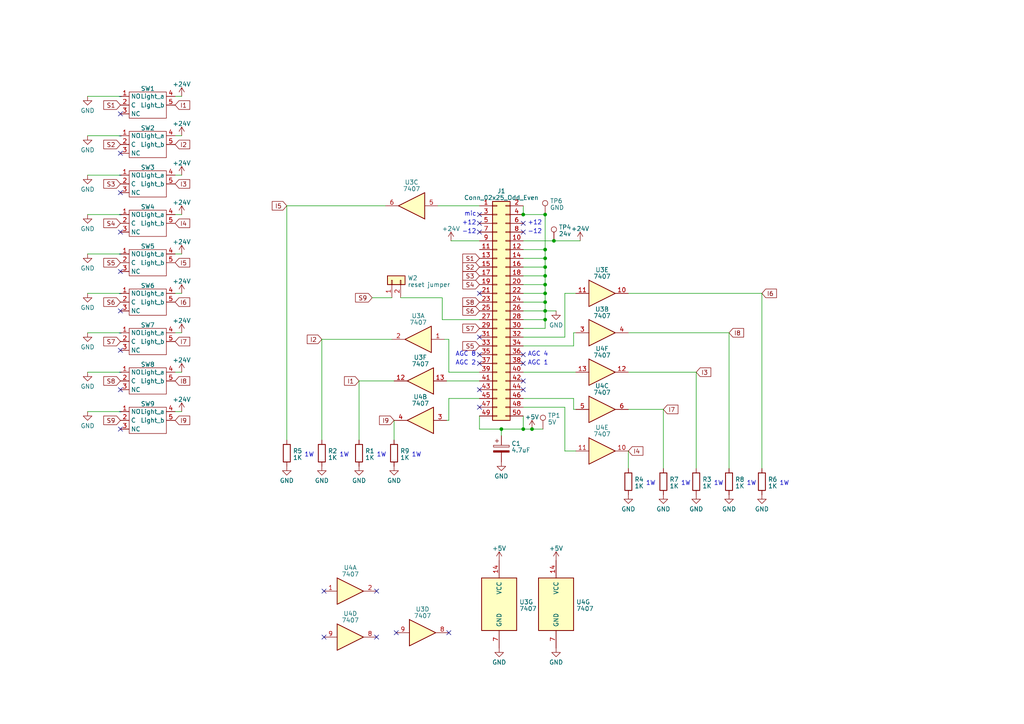
<source format=kicad_sch>
(kicad_sch (version 20230121) (generator eeschema)
  (paper "A4")
  (lib_symbols
    (symbol "74xx:74LS07" (pin_names (offset 1.016))
      (property "Reference" "U" (at 0 1.27 0))
      (property "Value" "74LS07" (at 0 -1.27 0))
      (symbol "74LS07_1_0"
        (polyline (pts (xy -3.81 3.81) (xy -3.81 -3.81) (xy 3.81 0) (xy -3.81 3.81)) (stroke (width 0.254)) (fill (type background)))
        (pin input line (at -7.62 0 0) (length 3.81) (name "~") (number "1"))
        (pin open_collector line (at 7.62 0 180) (length 3.81) (name "~") (number "2"))
      )
      (symbol "74LS07_2_0"
        (polyline (pts (xy -3.81 3.81) (xy -3.81 -3.81) (xy 3.81 0) (xy -3.81 3.81)) (stroke (width 0.254)) (fill (type background)))
        (pin input line (at -7.62 0 0) (length 3.81) (name "~") (number "3"))
        (pin open_collector line (at 7.62 0 180) (length 3.81) (name "~") (number "4"))
      )
      (symbol "74LS07_3_0"
        (polyline (pts (xy -3.81 3.81) (xy -3.81 -3.81) (xy 3.81 0) (xy -3.81 3.81)) (stroke (width 0.254)) (fill (type background)))
        (pin input line (at -7.62 0 0) (length 3.81) (name "~") (number "5"))
        (pin open_collector line (at 7.62 0 180) (length 3.81) (name "~") (number "6"))
      )
      (symbol "74LS07_4_0"
        (polyline (pts (xy -3.81 3.81) (xy -3.81 -3.81) (xy 3.81 0) (xy -3.81 3.81)) (stroke (width 0.254)) (fill (type background)))
        (pin open_collector line (at 7.62 0 180) (length 3.81) (name "~") (number "8"))
        (pin input line (at -7.62 0 0) (length 3.81) (name "~") (number "9"))
      )
      (symbol "74LS07_5_0"
        (polyline (pts (xy -3.81 3.81) (xy -3.81 -3.81) (xy 3.81 0) (xy -3.81 3.81)) (stroke (width 0.254)) (fill (type background)))
        (pin open_collector line (at 7.62 0 180) (length 3.81) (name "~") (number "10"))
        (pin input line (at -7.62 0 0) (length 3.81) (name "~") (number "11"))
      )
      (symbol "74LS07_6_0"
        (polyline (pts (xy -3.81 3.81) (xy -3.81 -3.81) (xy 3.81 0) (xy -3.81 3.81)) (stroke (width 0.254)) (fill (type background)))
        (pin open_collector line (at 7.62 0 180) (length 3.81) (name "~") (number "12"))
        (pin input line (at -7.62 0 0) (length 3.81) (name "~") (number "13"))
      )
      (symbol "74LS07_7_0"
        (pin power_in line (at 0 12.7 270) (length 5.08) (name "VCC") (number "14"))
        (pin power_in line (at 0 -12.7 90) (length 5.08) (name "GND") (number "7"))
      )
      (symbol "74LS07_7_1"
        (rectangle (start -5.08 7.62) (end 5.08 -7.62) (stroke (width 0.254)) (fill (type background)))
      )
    )
    (symbol "Connector:TestPoint" (pin_numbers hide) (pin_names (offset 0.762) hide)
      (property "Reference" "TP" (at 0 6.858 0))
      (property "Value" "TestPoint" (at 0 5.08 0))
      (symbol "TestPoint_0_1"
        (circle (center 0 3.302) (radius 0.762))
      )
      (symbol "TestPoint_1_1"
        (pin passive line (at 0 0 90) (length 2.54) (name "1") (number "1"))
      )
    )
    (symbol "Connector_Generic:Conn_01x02" (pin_names (offset 1.016) hide)
      (property "Reference" "J" (at 0 2.54 0))
      (property "Value" "Conn_01x02" (at 0 -5.08 0))
      (symbol "Conn_01x02_1_1"
        (rectangle (start -1.27 -2.413) (end 0 -2.667) (stroke (width 0.1524)))
        (rectangle (start -1.27 0.127) (end 0 -0.127) (stroke (width 0.1524)))
        (rectangle (start -1.27 1.27) (end 1.27 -3.81) (stroke (width 0.254)) (fill (type background)))
        (pin passive line (at -5.08 0 0) (length 3.81) (name "Pin_1") (number "1"))
        (pin passive line (at -5.08 -2.54 0) (length 3.81) (name "Pin_2") (number "2"))
      )
    )
    (symbol "Connector_Generic:Conn_02x25_Odd_Even" (pin_names (offset 1.016) hide)
      (property "Reference" "J" (at 1.27 33.02 0))
      (property "Value" "Conn_02x25_Odd_Even" (at 1.27 -33.02 0))
      (symbol "Conn_02x25_Odd_Even_1_1"
        (rectangle (start -1.27 -30.353) (end 0 -30.607) (stroke (width 0.1524)))
        (rectangle (start -1.27 -27.813) (end 0 -28.067) (stroke (width 0.1524)))
        (rectangle (start -1.27 -25.273) (end 0 -25.527) (stroke (width 0.1524)))
        (rectangle (start -1.27 -22.733) (end 0 -22.987) (stroke (width 0.1524)))
        (rectangle (start -1.27 -20.193) (end 0 -20.447) (stroke (width 0.1524)))
        (rectangle (start -1.27 -17.653) (end 0 -17.907) (stroke (width 0.1524)))
        (rectangle (start -1.27 -15.113) (end 0 -15.367) (stroke (width 0.1524)))
        (rectangle (start -1.27 -12.573) (end 0 -12.827) (stroke (width 0.1524)))
        (rectangle (start -1.27 -10.033) (end 0 -10.287) (stroke (width 0.1524)))
        (rectangle (start -1.27 -7.493) (end 0 -7.747) (stroke (width 0.1524)))
        (rectangle (start -1.27 -4.953) (end 0 -5.207) (stroke (width 0.1524)))
        (rectangle (start -1.27 -2.413) (end 0 -2.667) (stroke (width 0.1524)))
        (rectangle (start -1.27 0.127) (end 0 -0.127) (stroke (width 0.1524)))
        (rectangle (start -1.27 2.667) (end 0 2.413) (stroke (width 0.1524)))
        (rectangle (start -1.27 5.207) (end 0 4.953) (stroke (width 0.1524)))
        (rectangle (start -1.27 7.747) (end 0 7.493) (stroke (width 0.1524)))
        (rectangle (start -1.27 10.287) (end 0 10.033) (stroke (width 0.1524)))
        (rectangle (start -1.27 12.827) (end 0 12.573) (stroke (width 0.1524)))
        (rectangle (start -1.27 15.367) (end 0 15.113) (stroke (width 0.1524)))
        (rectangle (start -1.27 17.907) (end 0 17.653) (stroke (width 0.1524)))
        (rectangle (start -1.27 20.447) (end 0 20.193) (stroke (width 0.1524)))
        (rectangle (start -1.27 22.987) (end 0 22.733) (stroke (width 0.1524)))
        (rectangle (start -1.27 25.527) (end 0 25.273) (stroke (width 0.1524)))
        (rectangle (start -1.27 28.067) (end 0 27.813) (stroke (width 0.1524)))
        (rectangle (start -1.27 30.607) (end 0 30.353) (stroke (width 0.1524)))
        (rectangle (start -1.27 31.75) (end 3.81 -31.75) (stroke (width 0.254)) (fill (type background)))
        (rectangle (start 3.81 -30.353) (end 2.54 -30.607) (stroke (width 0.1524)))
        (rectangle (start 3.81 -27.813) (end 2.54 -28.067) (stroke (width 0.1524)))
        (rectangle (start 3.81 -25.273) (end 2.54 -25.527) (stroke (width 0.1524)))
        (rectangle (start 3.81 -22.733) (end 2.54 -22.987) (stroke (width 0.1524)))
        (rectangle (start 3.81 -20.193) (end 2.54 -20.447) (stroke (width 0.1524)))
        (rectangle (start 3.81 -17.653) (end 2.54 -17.907) (stroke (width 0.1524)))
        (rectangle (start 3.81 -15.113) (end 2.54 -15.367) (stroke (width 0.1524)))
        (rectangle (start 3.81 -12.573) (end 2.54 -12.827) (stroke (width 0.1524)))
        (rectangle (start 3.81 -10.033) (end 2.54 -10.287) (stroke (width 0.1524)))
        (rectangle (start 3.81 -7.493) (end 2.54 -7.747) (stroke (width 0.1524)))
        (rectangle (start 3.81 -4.953) (end 2.54 -5.207) (stroke (width 0.1524)))
        (rectangle (start 3.81 -2.413) (end 2.54 -2.667) (stroke (width 0.1524)))
        (rectangle (start 3.81 0.127) (end 2.54 -0.127) (stroke (width 0.1524)))
        (rectangle (start 3.81 2.667) (end 2.54 2.413) (stroke (width 0.1524)))
        (rectangle (start 3.81 5.207) (end 2.54 4.953) (stroke (width 0.1524)))
        (rectangle (start 3.81 7.747) (end 2.54 7.493) (stroke (width 0.1524)))
        (rectangle (start 3.81 10.287) (end 2.54 10.033) (stroke (width 0.1524)))
        (rectangle (start 3.81 12.827) (end 2.54 12.573) (stroke (width 0.1524)))
        (rectangle (start 3.81 15.367) (end 2.54 15.113) (stroke (width 0.1524)))
        (rectangle (start 3.81 17.907) (end 2.54 17.653) (stroke (width 0.1524)))
        (rectangle (start 3.81 20.447) (end 2.54 20.193) (stroke (width 0.1524)))
        (rectangle (start 3.81 22.987) (end 2.54 22.733) (stroke (width 0.1524)))
        (rectangle (start 3.81 25.527) (end 2.54 25.273) (stroke (width 0.1524)))
        (rectangle (start 3.81 28.067) (end 2.54 27.813) (stroke (width 0.1524)))
        (rectangle (start 3.81 30.607) (end 2.54 30.353) (stroke (width 0.1524)))
        (pin passive line (at -5.08 30.48 0) (length 3.81) (name "Pin_1") (number "1"))
        (pin passive line (at 7.62 20.32 180) (length 3.81) (name "Pin_10") (number "10"))
        (pin passive line (at -5.08 17.78 0) (length 3.81) (name "Pin_11") (number "11"))
        (pin passive line (at 7.62 17.78 180) (length 3.81) (name "Pin_12") (number "12"))
        (pin passive line (at -5.08 15.24 0) (length 3.81) (name "Pin_13") (number "13"))
        (pin passive line (at 7.62 15.24 180) (length 3.81) (name "Pin_14") (number "14"))
        (pin passive line (at -5.08 12.7 0) (length 3.81) (name "Pin_15") (number "15"))
        (pin passive line (at 7.62 12.7 180) (length 3.81) (name "Pin_16") (number "16"))
        (pin passive line (at -5.08 10.16 0) (length 3.81) (name "Pin_17") (number "17"))
        (pin passive line (at 7.62 10.16 180) (length 3.81) (name "Pin_18") (number "18"))
        (pin passive line (at -5.08 7.62 0) (length 3.81) (name "Pin_19") (number "19"))
        (pin passive line (at 7.62 30.48 180) (length 3.81) (name "Pin_2") (number "2"))
        (pin passive line (at 7.62 7.62 180) (length 3.81) (name "Pin_20") (number "20"))
        (pin passive line (at -5.08 5.08 0) (length 3.81) (name "Pin_21") (number "21"))
        (pin passive line (at 7.62 5.08 180) (length 3.81) (name "Pin_22") (number "22"))
        (pin passive line (at -5.08 2.54 0) (length 3.81) (name "Pin_23") (number "23"))
        (pin passive line (at 7.62 2.54 180) (length 3.81) (name "Pin_24") (number "24"))
        (pin passive line (at -5.08 0 0) (length 3.81) (name "Pin_25") (number "25"))
        (pin passive line (at 7.62 0 180) (length 3.81) (name "Pin_26") (number "26"))
        (pin passive line (at -5.08 -2.54 0) (length 3.81) (name "Pin_27") (number "27"))
        (pin passive line (at 7.62 -2.54 180) (length 3.81) (name "Pin_28") (number "28"))
        (pin passive line (at -5.08 -5.08 0) (length 3.81) (name "Pin_29") (number "29"))
        (pin passive line (at -5.08 27.94 0) (length 3.81) (name "Pin_3") (number "3"))
        (pin passive line (at 7.62 -5.08 180) (length 3.81) (name "Pin_30") (number "30"))
        (pin passive line (at -5.08 -7.62 0) (length 3.81) (name "Pin_31") (number "31"))
        (pin passive line (at 7.62 -7.62 180) (length 3.81) (name "Pin_32") (number "32"))
        (pin passive line (at -5.08 -10.16 0) (length 3.81) (name "Pin_33") (number "33"))
        (pin passive line (at 7.62 -10.16 180) (length 3.81) (name "Pin_34") (number "34"))
        (pin passive line (at -5.08 -12.7 0) (length 3.81) (name "Pin_35") (number "35"))
        (pin passive line (at 7.62 -12.7 180) (length 3.81) (name "Pin_36") (number "36"))
        (pin passive line (at -5.08 -15.24 0) (length 3.81) (name "Pin_37") (number "37"))
        (pin passive line (at 7.62 -15.24 180) (length 3.81) (name "Pin_38") (number "38"))
        (pin passive line (at -5.08 -17.78 0) (length 3.81) (name "Pin_39") (number "39"))
        (pin passive line (at 7.62 27.94 180) (length 3.81) (name "Pin_4") (number "4"))
        (pin passive line (at 7.62 -17.78 180) (length 3.81) (name "Pin_40") (number "40"))
        (pin passive line (at -5.08 -20.32 0) (length 3.81) (name "Pin_41") (number "41"))
        (pin passive line (at 7.62 -20.32 180) (length 3.81) (name "Pin_42") (number "42"))
        (pin passive line (at -5.08 -22.86 0) (length 3.81) (name "Pin_43") (number "43"))
        (pin passive line (at 7.62 -22.86 180) (length 3.81) (name "Pin_44") (number "44"))
        (pin passive line (at -5.08 -25.4 0) (length 3.81) (name "Pin_45") (number "45"))
        (pin passive line (at 7.62 -25.4 180) (length 3.81) (name "Pin_46") (number "46"))
        (pin passive line (at -5.08 -27.94 0) (length 3.81) (name "Pin_47") (number "47"))
        (pin passive line (at 7.62 -27.94 180) (length 3.81) (name "Pin_48") (number "48"))
        (pin passive line (at -5.08 -30.48 0) (length 3.81) (name "Pin_49") (number "49"))
        (pin passive line (at -5.08 25.4 0) (length 3.81) (name "Pin_5") (number "5"))
        (pin passive line (at 7.62 -30.48 180) (length 3.81) (name "Pin_50") (number "50"))
        (pin passive line (at 7.62 25.4 180) (length 3.81) (name "Pin_6") (number "6"))
        (pin passive line (at -5.08 22.86 0) (length 3.81) (name "Pin_7") (number "7"))
        (pin passive line (at 7.62 22.86 180) (length 3.81) (name "Pin_8") (number "8"))
        (pin passive line (at -5.08 20.32 0) (length 3.81) (name "Pin_9") (number "9"))
      )
    )
    (symbol "Device:C_Polarized" (pin_numbers hide) (pin_names (offset 0.254))
      (property "Reference" "C" (at 0.635 2.54 0))
      (property "Value" "C_Polarized" (at 0.635 -2.54 0))
      (symbol "C_Polarized_0_1"
        (rectangle (start -2.286 0.508) (end 2.286 1.016))
        (polyline (pts (xy -1.778 2.286) (xy -0.762 2.286)))
        (polyline (pts (xy -1.27 2.794) (xy -1.27 1.778)))
        (rectangle (start 2.286 -0.508) (end -2.286 -1.016) (fill (type outline)))
      )
      (symbol "C_Polarized_1_1"
        (pin passive line (at 0 3.81 270) (length 2.794) (name "~") (number "1"))
        (pin passive line (at 0 -3.81 90) (length 2.794) (name "~") (number "2"))
      )
    )
    (symbol "Device:R" (pin_numbers hide) (pin_names (offset 0))
      (property "Reference" "R" (at 2.032 0 90))
      (property "Value" "R" (at 0 0 90))
      (symbol "R_0_1"
        (rectangle (start -1.016 -2.54) (end 1.016 2.54) (stroke (width 0.254)))
      )
      (symbol "R_1_1"
        (pin passive line (at 0 3.81 270) (length 1.27) (name "~") (number "1"))
        (pin passive line (at 0 -3.81 90) (length 1.27) (name "~") (number "2"))
      )
    )
    (symbol "Evan's parts:chuck_e_cheese_microswitch"
      (property "Reference" "SW" (at 6.985 2.54 0))
      (symbol "chuck_e_cheese_microswitch_0_1"
        (rectangle (start 2.54 1.27) (end 13.335 -6.35))
      )
      (symbol "chuck_e_cheese_microswitch_1_1"
        (pin input line (at 0 0 0) (length 2.54) (name "NO") (number "1"))
        (pin input line (at 0 -2.54 0) (length 2.54) (name "C") (number "2"))
        (pin input line (at 0 -5.08 0) (length 2.54) (name "NC") (number "3"))
        (pin input line (at 15.875 0 180) (length 2.54) (name "Light_a") (number "4"))
        (pin input line (at 15.875 -2.54 180) (length 2.54) (name "Light_b") (number "5"))
      )
    )
    (symbol "power:+24V" (power) (pin_names (offset 0))
      (property "Value" "+24V" (at 0 3.556 0))
      (symbol "+24V_0_1"
        (polyline (pts (xy -0.762 1.27) (xy 0 2.54)))
        (polyline (pts (xy 0 0) (xy 0 2.54)))
        (polyline (pts (xy 0 2.54) (xy 0.762 1.27)))
      )
      (symbol "+24V_1_1"
        (pin power_in line (at 0 0 90) (length 0) hide (name "+24V") (number "1"))
      )
    )
    (symbol "power:+5V" (power) (pin_names (offset 0))
      (property "Value" "+5V" (at 0 3.556 0))
      (symbol "+5V_0_1"
        (polyline (pts (xy -0.762 1.27) (xy 0 2.54)))
        (polyline (pts (xy 0 0) (xy 0 2.54)))
        (polyline (pts (xy 0 2.54) (xy 0.762 1.27)))
      )
      (symbol "+5V_1_1"
        (pin power_in line (at 0 0 90) (length 0) hide (name "+5V") (number "1"))
      )
    )
    (symbol "power:GND" (power) (pin_names (offset 0))
      (property "Value" "GND" (at 0 -3.81 0))
      (symbol "GND_0_1"
        (polyline (pts (xy 0 0) (xy 0 -1.27) (xy 1.27 -1.27) (xy 0 -2.54) (xy -1.27 -1.27) (xy 0 -1.27)))
      )
      (symbol "GND_1_1"
        (pin power_in line (at 0 0 270) (length 0) hide (name "GND") (number "1"))
      )
    )
  )
  (junction (at 158.115 72.39))
  (junction (at 154.305 124.46))
  (junction (at 158.115 90.17))
  (junction (at 158.115 80.01))
  (junction (at 151.765 62.23))
  (junction (at 158.115 87.63))
  (junction (at 160.655 69.85))
  (junction (at 158.115 85.09))
  (junction (at 158.115 82.55))
  (junction (at 158.115 74.93))
  (junction (at 158.115 77.47))
  (junction (at 151.765 124.46))
  (junction (at 158.115 92.71))
  (junction (at 145.415 124.46))
  (junction (at 158.115 62.23))
  (no_connect (at 139.065 97.79))
  (no_connect (at 34.925 44.45))
  (no_connect (at 139.065 105.41))
  (no_connect (at 34.925 90.17))
  (no_connect (at 130.175 183.515))
  (no_connect (at 151.765 102.87))
  (no_connect (at 109.22 171.45))
  (no_connect (at 139.065 67.31))
  (no_connect (at 151.765 64.77))
  (no_connect (at 139.065 118.11))
  (no_connect (at 93.98 171.45))
  (no_connect (at 34.925 113.03))
  (no_connect (at 151.765 105.41))
  (no_connect (at 109.22 184.785))
  (no_connect (at 151.765 113.03))
  (no_connect (at 93.98 184.785))
  (no_connect (at 114.935 183.515))
  (no_connect (at 139.065 64.77))
  (no_connect (at 151.765 110.49))
  (no_connect (at 139.065 85.09))
  (no_connect (at 34.925 67.31))
  (no_connect (at 151.765 67.31))
  (no_connect (at 34.925 101.6))
  (no_connect (at 34.925 55.88))
  (no_connect (at 139.065 102.87))
  (no_connect (at 34.925 33.02))
  (no_connect (at 34.925 124.46))
  (no_connect (at 139.065 62.23))
  (no_connect (at 139.065 113.03))
  (no_connect (at 34.925 78.74))
  (wire (pts (xy 151.765 77.47) (xy 158.115 77.47)))
  (wire (pts (xy 83.185 59.69) (xy 111.76 59.69)))
  (wire (pts (xy 139.065 107.95) (xy 130.175 107.95)))
  (wire (pts (xy 52.705 85.09) (xy 50.8 85.09)))
  (wire (pts (xy 158.115 72.39) (xy 151.765 72.39)))
  (wire (pts (xy 151.765 59.69) (xy 151.765 62.23)))
  (wire (pts (xy 220.98 85.09) (xy 182.245 85.09)))
  (wire (pts (xy 25.4 85.09) (xy 34.925 85.09)))
  (wire (pts (xy 128.27 92.71) (xy 128.27 86.36)))
  (wire (pts (xy 154.305 124.46) (xy 151.765 124.46)))
  (wire (pts (xy 145.415 124.46) (xy 145.415 126.365)))
  (wire (pts (xy 158.115 87.63) (xy 158.115 90.17)))
  (wire (pts (xy 130.175 107.95) (xy 130.175 98.425)))
  (wire (pts (xy 158.115 80.01) (xy 158.115 82.55)))
  (wire (pts (xy 167.005 107.95) (xy 151.765 107.95)))
  (wire (pts (xy 151.765 90.17) (xy 158.115 90.17)))
  (wire (pts (xy 151.765 92.71) (xy 158.115 92.71)))
  (wire (pts (xy 104.14 110.49) (xy 114.3 110.49)))
  (wire (pts (xy 158.115 90.17) (xy 158.115 92.71)))
  (wire (pts (xy 25.4 39.37) (xy 34.925 39.37)))
  (wire (pts (xy 201.93 107.95) (xy 182.245 107.95)))
  (wire (pts (xy 151.765 69.85) (xy 160.655 69.85)))
  (wire (pts (xy 151.765 120.65) (xy 151.765 124.46)))
  (wire (pts (xy 167.005 96.52) (xy 166.37 96.52)))
  (wire (pts (xy 114.3 127.635) (xy 114.3 121.92)))
  (wire (pts (xy 50.8 107.95) (xy 52.705 107.95)))
  (wire (pts (xy 151.765 87.63) (xy 158.115 87.63)))
  (wire (pts (xy 25.4 73.66) (xy 34.925 73.66)))
  (wire (pts (xy 220.98 135.89) (xy 220.98 85.09)))
  (wire (pts (xy 160.655 69.85) (xy 168.275 69.85)))
  (wire (pts (xy 139.065 92.71) (xy 128.27 92.71)))
  (wire (pts (xy 145.415 124.46) (xy 139.065 124.46)))
  (wire (pts (xy 166.37 96.52) (xy 166.37 100.33)))
  (wire (pts (xy 154.305 124.46) (xy 157.48 124.46)))
  (wire (pts (xy 50.8 73.66) (xy 52.705 73.66)))
  (wire (pts (xy 50.8 62.23) (xy 52.705 62.23)))
  (wire (pts (xy 129.54 121.92) (xy 130.175 121.92)))
  (wire (pts (xy 167.005 130.81) (xy 163.83 130.81)))
  (wire (pts (xy 151.765 74.93) (xy 158.115 74.93)))
  (wire (pts (xy 163.83 130.81) (xy 163.83 118.11)))
  (wire (pts (xy 130.175 98.425) (xy 128.905 98.425)))
  (wire (pts (xy 50.8 119.38) (xy 52.705 119.38)))
  (wire (pts (xy 151.765 85.09) (xy 158.115 85.09)))
  (wire (pts (xy 158.115 74.93) (xy 158.115 77.47)))
  (wire (pts (xy 25.4 62.23) (xy 34.925 62.23)))
  (wire (pts (xy 139.065 124.46) (xy 139.065 120.65)))
  (wire (pts (xy 192.405 135.89) (xy 192.405 118.745)))
  (wire (pts (xy 50.8 39.37) (xy 52.705 39.37)))
  (wire (pts (xy 25.4 50.8) (xy 34.925 50.8)))
  (wire (pts (xy 167.005 85.09) (xy 163.83 85.09)))
  (wire (pts (xy 93.345 127.635) (xy 93.345 98.425)))
  (wire (pts (xy 130.175 115.57) (xy 139.065 115.57)))
  (wire (pts (xy 50.8 27.94) (xy 52.705 27.94)))
  (wire (pts (xy 192.405 118.745) (xy 182.245 118.745)))
  (wire (pts (xy 25.4 107.95) (xy 34.925 107.95)))
  (wire (pts (xy 158.115 77.47) (xy 158.115 80.01)))
  (wire (pts (xy 104.14 127.635) (xy 104.14 110.49)))
  (wire (pts (xy 161.29 90.17) (xy 158.115 90.17)))
  (wire (pts (xy 107.95 86.36) (xy 113.665 86.36)))
  (wire (pts (xy 83.185 127.635) (xy 83.185 59.69)))
  (wire (pts (xy 151.765 80.01) (xy 158.115 80.01)))
  (wire (pts (xy 127 59.69) (xy 139.065 59.69)))
  (wire (pts (xy 166.37 115.57) (xy 151.765 115.57)))
  (wire (pts (xy 163.83 118.11) (xy 151.765 118.11)))
  (wire (pts (xy 182.245 135.89) (xy 182.245 130.81)))
  (wire (pts (xy 151.765 95.25) (xy 158.115 95.25)))
  (wire (pts (xy 163.83 97.79) (xy 151.765 97.79)))
  (wire (pts (xy 50.8 96.52) (xy 52.705 96.52)))
  (wire (pts (xy 158.115 82.55) (xy 158.115 85.09)))
  (wire (pts (xy 93.345 98.425) (xy 113.665 98.425)))
  (wire (pts (xy 25.4 119.38) (xy 34.925 119.38)))
  (wire (pts (xy 211.455 135.89) (xy 211.455 96.52)))
  (wire (pts (xy 163.83 85.09) (xy 163.83 97.79)))
  (wire (pts (xy 151.765 124.46) (xy 145.415 124.46)))
  (wire (pts (xy 158.115 85.09) (xy 158.115 87.63)))
  (wire (pts (xy 25.4 27.94) (xy 34.925 27.94)))
  (wire (pts (xy 128.27 86.36) (xy 116.205 86.36)))
  (wire (pts (xy 211.455 96.52) (xy 182.245 96.52)))
  (wire (pts (xy 158.115 92.71) (xy 158.115 95.25)))
  (wire (pts (xy 130.175 121.92) (xy 130.175 115.57)))
  (wire (pts (xy 130.81 69.85) (xy 139.065 69.85)))
  (wire (pts (xy 167.005 118.745) (xy 166.37 118.745)))
  (wire (pts (xy 166.37 100.33) (xy 151.765 100.33)))
  (wire (pts (xy 151.765 82.55) (xy 158.115 82.55)))
  (wire (pts (xy 158.115 72.39) (xy 158.115 74.93)))
  (wire (pts (xy 166.37 118.745) (xy 166.37 115.57)))
  (wire (pts (xy 129.54 110.49) (xy 139.065 110.49)))
  (wire (pts (xy 151.765 62.23) (xy 158.115 62.23)))
  (wire (pts (xy 201.93 135.89) (xy 201.93 107.95)))
  (wire (pts (xy 158.115 62.23) (xy 158.115 72.39)))
  (wire (pts (xy 25.4 96.52) (xy 34.925 96.52)))
  (wire (pts (xy 50.8 50.8) (xy 52.705 50.8)))
  (text "AGC 2" (at 132.08 106.045 0) (effects (font (size 1.27 1.27)) (justify left bottom)))
  (text "-12" (at 153.035 67.945 0) (effects (font (size 1.27 1.27)) (justify left bottom)))
  (text "AGC 1" (at 153.035 106.045 0) (effects (font (size 1.27 1.27)) (justify left bottom)))
  (text "+12" (at 153.035 65.405 0) (effects (font (size 1.27 1.27)) (justify left bottom)))
  (text "AGC 8" (at 132.08 103.505 0) (effects (font (size 1.27 1.27)) (justify left bottom)))
  (text "1W" (at 88.265 132.715 0) (effects (font (size 1.27 1.27)) (justify left bottom)))
  (text "mic" (at 134.62 62.865 0) (effects (font (size 1.27 1.27)) (justify left bottom)))
  (text "1W" (at 109.22 132.715 0) (effects (font (size 1.27 1.27)) (justify left bottom)))
  (text "1W" (at 119.38 132.715 0) (effects (font (size 1.27 1.27)) (justify left bottom)))
  (text "1W" (at 187.325 140.97 0) (effects (font (size 1.27 1.27)) (justify left bottom)))
  (text "AGC 4" (at 153.035 103.505 0) (effects (font (size 1.27 1.27)) (justify left bottom)))
  (text "1W" (at 216.535 140.97 0) (effects (font (size 1.27 1.27)) (justify left bottom)))
  (text "1W" (at 98.425 132.715 0) (effects (font (size 1.27 1.27)) (justify left bottom)))
  (text "1W" (at 207.01 140.97 0) (effects (font (size 1.27 1.27)) (justify left bottom)))
  (text "1W" (at 197.485 140.97 0) (effects (font (size 1.27 1.27)) (justify left bottom)))
  (text "-12" (at 133.985 67.945 0) (effects (font (size 1.27 1.27)) (justify left bottom)))
  (text "1W" (at 226.06 140.97 0) (effects (font (size 1.27 1.27)) (justify left bottom)))
  (text "+12" (at 133.985 65.405 0) (effects (font (size 1.27 1.27)) (justify left bottom)))
  (global_label "I5" (shape input) (at 50.8 76.2 0) (property "Intersheetrefs" "${INTERSHEET_REFS}" (effects hide)))
  (global_label "I3" (shape input) (at 201.93 107.95 0) (property "Intersheetrefs" "${INTERSHEET_REFS}" (effects hide)))
  (global_label "S7" (shape input) (at 139.065 95.25 180) (property "Intersheetrefs" "${INTERSHEET_REFS}" (effects hide)))
  (global_label "S8" (shape input) (at 139.065 87.63 180) (property "Intersheetrefs" "${INTERSHEET_REFS}" (effects hide)))
  (global_label "S5" (shape input) (at 139.065 100.33 180) (property "Intersheetrefs" "${INTERSHEET_REFS}" (effects hide)))
  (global_label "I7" (shape input) (at 192.405 118.745 0) (property "Intersheetrefs" "${INTERSHEET_REFS}" (effects hide)))
  (global_label "I3" (shape input) (at 50.8 53.34 0) (property "Intersheetrefs" "${INTERSHEET_REFS}" (effects hide)))
  (global_label "I9" (shape input) (at 50.8 121.92 0) (property "Intersheetrefs" "${INTERSHEET_REFS}" (effects hide)))
  (global_label "I7" (shape input) (at 50.8 99.06 0) (property "Intersheetrefs" "${INTERSHEET_REFS}" (effects hide)))
  (global_label "S2" (shape input) (at 34.925 41.91 180) (property "Intersheetrefs" "${INTERSHEET_REFS}" (effects hide)))
  (global_label "I2" (shape input) (at 50.8 41.91 0) (property "Intersheetrefs" "${INTERSHEET_REFS}" (effects hide)))
  (global_label "S4" (shape input) (at 34.925 64.77 180) (property "Intersheetrefs" "${INTERSHEET_REFS}" (effects hide)))
  (global_label "S7" (shape input) (at 34.925 99.06 180) (property "Intersheetrefs" "${INTERSHEET_REFS}" (effects hide)))
  (global_label "I2" (shape input) (at 93.345 98.425 180) (property "Intersheetrefs" "${INTERSHEET_REFS}" (effects hide)))
  (global_label "I4" (shape input) (at 50.8 64.77 0) (property "Intersheetrefs" "${INTERSHEET_REFS}" (effects hide)))
  (global_label "I1" (shape input) (at 50.8 30.48 0) (property "Intersheetrefs" "${INTERSHEET_REFS}" (effects hide)))
  (global_label "S4" (shape input) (at 139.065 82.55 180) (property "Intersheetrefs" "${INTERSHEET_REFS}" (effects hide)))
  (global_label "S3" (shape input) (at 139.065 80.01 180) (property "Intersheetrefs" "${INTERSHEET_REFS}" (effects hide)))
  (global_label "I5" (shape input) (at 83.185 59.69 180) (property "Intersheetrefs" "${INTERSHEET_REFS}" (effects hide)))
  (global_label "S3" (shape input) (at 34.925 53.34 180) (property "Intersheetrefs" "${INTERSHEET_REFS}" (effects hide)))
  (global_label "S1" (shape input) (at 139.065 74.93 180) (property "Intersheetrefs" "${INTERSHEET_REFS}" (effects hide)))
  (global_label "S9" (shape input) (at 34.925 121.92 180) (property "Intersheetrefs" "${INTERSHEET_REFS}" (effects hide)))
  (global_label "I6" (shape input) (at 50.8 87.63 0) (property "Intersheetrefs" "${INTERSHEET_REFS}" (effects hide)))
  (global_label "S1" (shape input) (at 34.925 30.48 180) (property "Intersheetrefs" "${INTERSHEET_REFS}" (effects hide)))
  (global_label "S9" (shape input) (at 107.95 86.36 180) (property "Intersheetrefs" "${INTERSHEET_REFS}" (effects hide)))
  (global_label "I9" (shape input) (at 114.3 121.92 180) (property "Intersheetrefs" "${INTERSHEET_REFS}" (effects hide)))
  (global_label "S2" (shape input) (at 139.065 77.47 180) (property "Intersheetrefs" "${INTERSHEET_REFS}" (effects hide)))
  (global_label "I6" (shape input) (at 220.98 85.09 0) (property "Intersheetrefs" "${INTERSHEET_REFS}" (effects hide)))
  (global_label "S6" (shape input) (at 139.065 90.17 180) (property "Intersheetrefs" "${INTERSHEET_REFS}" (effects hide)))
  (global_label "I8" (shape input) (at 50.8 110.49 0) (property "Intersheetrefs" "${INTERSHEET_REFS}" (effects hide)))
  (global_label "I8" (shape input) (at 211.455 96.52 0) (property "Intersheetrefs" "${INTERSHEET_REFS}" (effects hide)))
  (global_label "I1" (shape input) (at 104.14 110.49 180) (property "Intersheetrefs" "${INTERSHEET_REFS}" (effects hide)))
  (global_label "S5" (shape input) (at 34.925 76.2 180) (property "Intersheetrefs" "${INTERSHEET_REFS}" (effects hide)))
  (global_label "S6" (shape input) (at 34.925 87.63 180) (property "Intersheetrefs" "${INTERSHEET_REFS}" (effects hide)))
  (global_label "S8" (shape input) (at 34.925 110.49 180) (property "Intersheetrefs" "${INTERSHEET_REFS}" (effects hide)))
  (global_label "I4" (shape input) (at 182.245 130.81 0) (property "Intersheetrefs" "${INTERSHEET_REFS}" (effects hide)))
  (symbol (lib_id "power:+24V") (at 52.705 119.38 0) (unit 1)
    (property "Reference" "#PWR036" (effects hide))
    (property "Value" "+24V" (at 52.705 115.8781 0))
  )
  (symbol (lib_id "power:+24V") (at 168.275 69.85 0) (unit 1)
    (property "Reference" "#PWR03" (effects hide))
    (property "Value" "+24V" (at 168.275 66.3481 0))
  )
  (symbol (lib_id "power:GND") (at 83.185 135.255 0) (unit 1)
    (property "Reference" "#PWR018" (effects hide))
    (property "Value" "GND" (at 83.185 139.3905 0))
  )
  (symbol (lib_id "power:GND") (at 161.29 187.96 0) (unit 1)
    (property "Reference" "#PWR09" (effects hide))
    (property "Value" "GND" (at 161.29 192.0955 0))
  )
  (symbol (lib_id "Device:R") (at 220.98 139.7 0) (unit 1)
    (property "Reference" "R6" (at 222.758 139.0563 0) (effects (justify left)))
    (property "Value" "1K" (at 222.758 140.9773 0) (effects (justify left)))
    (property "Footprint" "Resistor_THT:R_Axial_DIN0516_L15.5mm_D5.0mm_P20.32mm_Horizontal" (effects hide))
  )
  (symbol (lib_id "Device:C_Polarized") (at 145.415 130.175 0) (unit 1)
    (property "Reference" "C1" (at 148.336 128.6423 0) (effects (justify left)))
    (property "Value" "4.7uF" (at 148.336 130.5633 0) (effects (justify left)))
    (property "Footprint" "Capacitor_THT:CP_Radial_Tantal_D5.0mm_P5.00mm" (effects hide))
  )
  (symbol (lib_id "power:GND") (at 220.98 143.51 0) (unit 1)
    (property "Reference" "#PWR014" (effects hide))
    (property "Value" "GND" (at 220.98 147.6455 0))
  )
  (symbol (lib_id "power:GND") (at 145.415 133.985 0) (unit 1)
    (property "Reference" "#PWR02" (effects hide))
    (property "Value" "GND" (at 145.415 138.1205 0))
  )
  (symbol (lib_id "74xx:74LS07") (at 174.625 107.95 0) (unit 6)
    (property "Reference" "U4" (at 174.625 101.1301 0))
    (property "Value" "7407" (at 174.625 103.0511 0))
    (property "Footprint" "Package_DIP:DIP-14_W7.62mm" (effects hide))
    (property "Datasheet" "www.ti.com/lit/ds/symlink/sn74ls07.pdf" (effects hide))
  )
  (symbol (lib_id "power:GND") (at 25.4 39.37 0) (unit 1)
    (property "Reference" "#PWR026" (effects hide))
    (property "Value" "GND" (at 25.4 43.5055 0))
  )
  (symbol (lib_id "Device:R") (at 114.3 131.445 0) (unit 1)
    (property "Reference" "R9" (at 116.078 130.8013 0) (effects (justify left)))
    (property "Value" "1K" (at 116.078 132.7223 0) (effects (justify left)))
    (property "Footprint" "Resistor_THT:R_Axial_DIN0516_L15.5mm_D5.0mm_P20.32mm_Horizontal" (effects hide))
  )
  (symbol (lib_id "power:+24V") (at 52.705 107.95 0) (unit 1)
    (property "Reference" "#PWR035" (effects hide))
    (property "Value" "+24V" (at 52.705 104.4481 0))
  )
  (symbol (lib_id "Evan's parts:chuck_e_cheese_microswitch") (at 34.925 73.66 0) (unit 1)
    (property "Reference" "SW5" (at 42.8625 71.4281 0))
    (property "Value" "~" (at 34.925 73.66 0))
    (property "Footprint" "Evan's parts:chuck e cheese microswitch" (effects hide))
  )
  (symbol (lib_id "power:+24V") (at 52.705 27.94 0) (unit 1)
    (property "Reference" "#PWR028" (effects hide))
    (property "Value" "+24V" (at 52.705 24.4381 0))
  )
  (symbol (lib_id "Connector:TestPoint") (at 158.115 62.23 0) (unit 1)
    (property "Reference" "TP6" (at 159.512 58.2843 0) (effects (justify left)))
    (property "Value" "GND" (at 159.512 60.2053 0) (effects (justify left)))
    (property "Footprint" "TestPoint:TestPoint_Plated_Hole_D3.0mm" (effects hide))
  )
  (symbol (lib_id "power:GND") (at 25.4 119.38 0) (unit 1)
    (property "Reference" "#PWR021" (effects hide))
    (property "Value" "GND" (at 25.4 123.5155 0))
  )
  (symbol (lib_id "74xx:74LS07") (at 121.285 98.425 180) (unit 1)
    (property "Reference" "U3" (at 121.285 91.6051 0))
    (property "Value" "7407" (at 121.285 93.5261 0))
    (property "Footprint" "Package_DIP:DIP-14_W7.62mm" (effects hide))
    (property "Datasheet" "www.ti.com/lit/ds/symlink/sn74ls07.pdf" (effects hide))
  )
  (symbol (lib_id "power:GND") (at 25.4 27.94 0) (unit 1)
    (property "Reference" "#PWR027" (effects hide))
    (property "Value" "GND" (at 25.4 32.0755 0))
  )
  (symbol (lib_id "power:GND") (at 25.4 85.09 0) (unit 1)
    (property "Reference" "#PWR022" (effects hide))
    (property "Value" "GND" (at 25.4 89.2255 0))
  )
  (symbol (lib_id "74xx:74LS07") (at 161.29 175.26 0) (unit 7)
    (property "Reference" "U4" (at 167.132 174.6163 0) (effects (justify left)))
    (property "Value" "7407" (at 167.132 176.5373 0) (effects (justify left)))
    (property "Footprint" "Package_DIP:DIP-14_W7.62mm" (effects hide))
    (property "Datasheet" "www.ti.com/lit/ds/symlink/sn74ls07.pdf" (effects hide))
  )
  (symbol (lib_id "power:GND") (at 25.4 73.66 0) (unit 1)
    (property "Reference" "#PWR023" (effects hide))
    (property "Value" "GND" (at 25.4 77.7955 0))
  )
  (symbol (lib_id "Connector_Generic:Conn_01x02") (at 113.665 81.28 90) (unit 1)
    (property "Reference" "W2" (at 118.237 80.6363 90) (effects (justify right)))
    (property "Value" "reset jumper" (at 118.237 82.5573 90) (effects (justify right)))
    (property "Footprint" "Connector_PinHeader_2.54mm:PinHeader_1x02_P2.54mm_Vertical" (effects hide))
  )
  (symbol (lib_id "74xx:74LS07") (at 101.6 171.45 0) (unit 1)
    (property "Reference" "U4" (at 101.6 164.6301 0))
    (property "Value" "7407" (at 101.6 166.5511 0))
    (property "Footprint" "Package_DIP:DIP-14_W7.62mm" (effects hide))
    (property "Datasheet" "www.ti.com/lit/ds/symlink/sn74ls07.pdf" (effects hide))
  )
  (symbol (lib_id "Evan's parts:chuck_e_cheese_microswitch") (at 34.925 119.38 0) (unit 1)
    (property "Reference" "SW9" (at 42.8625 117.1481 0))
    (property "Value" "~" (at 34.925 119.38 0))
    (property "Footprint" "Evan's parts:chuck e cheese microswitch" (effects hide))
  )
  (symbol (lib_id "power:+24V") (at 52.705 62.23 0) (unit 1)
    (property "Reference" "#PWR031" (effects hide))
    (property "Value" "+24V" (at 52.705 58.7281 0))
  )
  (symbol (lib_id "power:GND") (at 25.4 107.95 0) (unit 1)
    (property "Reference" "#PWR019" (effects hide))
    (property "Value" "GND" (at 25.4 112.0855 0))
  )
  (symbol (lib_id "Device:R") (at 201.93 139.7 0) (unit 1)
    (property "Reference" "R3" (at 203.708 139.0563 0) (effects (justify left)))
    (property "Value" "1K" (at 203.708 140.9773 0) (effects (justify left)))
    (property "Footprint" "Resistor_THT:R_Axial_DIN0516_L15.5mm_D5.0mm_P20.32mm_Horizontal" (effects hide))
  )
  (symbol (lib_id "74xx:74LS07") (at 101.6 184.785 0) (unit 4)
    (property "Reference" "U4" (at 101.6 177.9651 0))
    (property "Value" "7407" (at 101.6 179.8861 0))
    (property "Footprint" "Package_DIP:DIP-14_W7.62mm" (effects hide))
    (property "Datasheet" "www.ti.com/lit/ds/symlink/sn74ls07.pdf" (effects hide))
  )
  (symbol (lib_id "Evan's parts:chuck_e_cheese_microswitch") (at 34.925 39.37 0) (unit 1)
    (property "Reference" "SW2" (at 42.8625 37.1381 0))
    (property "Value" "~" (at 34.925 39.37 0))
    (property "Footprint" "Evan's parts:chuck e cheese microswitch" (effects hide))
  )
  (symbol (lib_id "power:GND") (at 161.29 90.17 0) (unit 1)
    (property "Reference" "#PWR07" (effects hide))
    (property "Value" "GND" (at 161.29 94.3055 0))
  )
  (symbol (lib_id "power:GND") (at 104.14 135.255 0) (unit 1)
    (property "Reference" "#PWR016" (effects hide))
    (property "Value" "GND" (at 104.14 139.3905 0))
  )
  (symbol (lib_id "power:GND") (at 144.78 187.96 0) (unit 1)
    (property "Reference" "#PWR08" (effects hide))
    (property "Value" "GND" (at 144.78 192.0955 0))
  )
  (symbol (lib_id "power:GND") (at 182.245 143.51 0) (unit 1)
    (property "Reference" "#PWR010" (effects hide))
    (property "Value" "GND" (at 182.245 147.6455 0))
  )
  (symbol (lib_id "power:GND") (at 25.4 50.8 0) (unit 1)
    (property "Reference" "#PWR025" (effects hide))
    (property "Value" "GND" (at 25.4 54.9355 0))
  )
  (symbol (lib_id "Connector:TestPoint") (at 160.655 69.85 0) (unit 1)
    (property "Reference" "TP4" (at 162.052 65.9043 0) (effects (justify left)))
    (property "Value" "24v" (at 162.052 67.8253 0) (effects (justify left)))
    (property "Footprint" "TestPoint:TestPoint_Plated_Hole_D3.0mm" (effects hide))
  )
  (symbol (lib_id "74xx:74LS07") (at 119.38 59.69 180) (unit 3)
    (property "Reference" "U3" (at 119.38 52.8701 0))
    (property "Value" "7407" (at 119.38 54.7911 0))
    (property "Footprint" "Package_DIP:DIP-14_W7.62mm" (effects hide))
    (property "Datasheet" "www.ti.com/lit/ds/symlink/sn74ls07.pdf" (effects hide))
  )
  (symbol (lib_id "power:+24V") (at 130.81 69.85 0) (unit 1)
    (property "Reference" "#PWR04" (effects hide))
    (property "Value" "+24V" (at 130.81 66.3481 0))
  )
  (symbol (lib_id "Evan's parts:chuck_e_cheese_microswitch") (at 34.925 107.95 0) (unit 1)
    (property "Reference" "SW8" (at 42.8625 105.7181 0))
    (property "Value" "~" (at 34.925 107.95 0))
    (property "Footprint" "Evan's parts:chuck e cheese microswitch" (effects hide))
  )
  (symbol (lib_id "Device:R") (at 211.455 139.7 0) (unit 1)
    (property "Reference" "R8" (at 213.233 139.0563 0) (effects (justify left)))
    (property "Value" "1K" (at 213.233 140.9773 0) (effects (justify left)))
    (property "Footprint" "Resistor_THT:R_Axial_DIN0516_L15.5mm_D5.0mm_P20.32mm_Horizontal" (effects hide))
  )
  (symbol (lib_id "Device:R") (at 83.185 131.445 0) (unit 1)
    (property "Reference" "R5" (at 84.963 130.8013 0) (effects (justify left)))
    (property "Value" "1K" (at 84.963 132.7223 0) (effects (justify left)))
    (property "Footprint" "Resistor_THT:R_Axial_DIN0516_L15.5mm_D5.0mm_P20.32mm_Horizontal" (effects hide))
  )
  (symbol (lib_id "power:GND") (at 25.4 62.23 0) (unit 1)
    (property "Reference" "#PWR024" (effects hide))
    (property "Value" "GND" (at 25.4 66.3655 0))
  )
  (symbol (lib_id "Device:R") (at 192.405 139.7 0) (unit 1)
    (property "Reference" "R7" (at 194.183 139.0563 0) (effects (justify left)))
    (property "Value" "1K" (at 194.183 140.9773 0) (effects (justify left)))
    (property "Footprint" "Resistor_THT:R_Axial_DIN0516_L15.5mm_D5.0mm_P20.32mm_Horizontal" (effects hide))
  )
  (symbol (lib_id "power:+24V") (at 52.705 85.09 0) (unit 1)
    (property "Reference" "#PWR033" (effects hide))
    (property "Value" "+24V" (at 52.705 81.5881 0))
  )
  (symbol (lib_id "Connector_Generic:Conn_02x25_Odd_Even") (at 144.145 90.17 0) (unit 1)
    (property "Reference" "J1" (at 145.415 55.4101 0))
    (property "Value" "Conn_02x25_Odd_Even" (at 145.415 57.3311 0))
    (property "Footprint" "Connector_PinHeader_2.54mm:PinHeader_2x25_P2.54mm_Vertical" (effects hide))
  )
  (symbol (lib_id "power:GND") (at 201.93 143.51 0) (unit 1)
    (property "Reference" "#PWR012" (effects hide))
    (property "Value" "GND" (at 201.93 147.6455 0))
  )
  (symbol (lib_id "Connector:TestPoint") (at 157.48 124.46 0) (unit 1)
    (property "Reference" "TP1" (at 158.877 120.5143 0) (effects (justify left)))
    (property "Value" "5V" (at 158.877 122.4353 0) (effects (justify left)))
    (property "Footprint" "TestPoint:TestPoint_Plated_Hole_D3.0mm" (effects hide))
  )
  (symbol (lib_id "74xx:74LS07") (at 174.625 118.745 0) (unit 3)
    (property "Reference" "U4" (at 174.625 111.9251 0))
    (property "Value" "7407" (at 174.625 113.8461 0))
    (property "Footprint" "Package_DIP:DIP-14_W7.62mm" (effects hide))
    (property "Datasheet" "www.ti.com/lit/ds/symlink/sn74ls07.pdf" (effects hide))
  )
  (symbol (lib_id "power:+5V") (at 144.78 162.56 0) (unit 1)
    (property "Reference" "#PWR05" (effects hide))
    (property "Value" "+5V" (at 144.78 159.0581 0))
  )
  (symbol (lib_id "power:+24V") (at 52.705 96.52 0) (unit 1)
    (property "Reference" "#PWR034" (effects hide))
    (property "Value" "+24V" (at 52.705 93.0181 0))
  )
  (symbol (lib_id "74xx:74LS07") (at 174.625 96.52 0) (unit 2)
    (property "Reference" "U3" (at 174.625 89.7001 0))
    (property "Value" "7407" (at 174.625 91.6211 0))
    (property "Footprint" "Package_DIP:DIP-14_W7.62mm" (effects hide))
    (property "Datasheet" "www.ti.com/lit/ds/symlink/sn74ls07.pdf" (effects hide))
  )
  (symbol (lib_id "power:+24V") (at 52.705 73.66 0) (unit 1)
    (property "Reference" "#PWR032" (effects hide))
    (property "Value" "+24V" (at 52.705 70.1581 0))
  )
  (symbol (lib_id "power:+5V") (at 161.29 162.56 0) (unit 1)
    (property "Reference" "#PWR06" (effects hide))
    (property "Value" "+5V" (at 161.29 159.0581 0))
  )
  (symbol (lib_id "Evan's parts:chuck_e_cheese_microswitch") (at 34.925 27.94 0) (unit 1)
    (property "Reference" "SW1" (at 42.8625 25.7081 0))
    (property "Value" "~" (at 34.925 27.94 0))
    (property "Footprint" "Evan's parts:chuck e cheese microswitch" (effects hide))
  )
  (symbol (lib_id "power:+5V") (at 154.305 124.46 0) (unit 1)
    (property "Reference" "#PWR01" (effects hide))
    (property "Value" "+5V" (at 154.305 120.9581 0))
  )
  (symbol (lib_id "Device:R") (at 93.345 131.445 0) (unit 1)
    (property "Reference" "R2" (at 95.123 130.8013 0) (effects (justify left)))
    (property "Value" "1K" (at 95.123 132.7223 0) (effects (justify left)))
    (property "Footprint" "Resistor_THT:R_Axial_DIN0516_L15.5mm_D5.0mm_P20.32mm_Horizontal" (effects hide))
  )
  (symbol (lib_id "Evan's parts:chuck_e_cheese_microswitch") (at 34.925 96.52 0) (unit 1)
    (property "Reference" "SW7" (at 42.8625 94.2881 0))
    (property "Value" "~" (at 34.925 96.52 0))
    (property "Footprint" "Evan's parts:chuck e cheese microswitch" (effects hide))
  )
  (symbol (lib_id "74xx:74LS07") (at 144.78 175.26 0) (unit 7)
    (property "Reference" "U3" (at 150.622 174.6163 0) (effects (justify left)))
    (property "Value" "7407" (at 150.622 176.5373 0) (effects (justify left)))
    (property "Footprint" "Package_DIP:DIP-14_W7.62mm" (effects hide))
    (property "Datasheet" "www.ti.com/lit/ds/symlink/sn74ls07.pdf" (effects hide))
  )
  (symbol (lib_id "Device:R") (at 104.14 131.445 0) (unit 1)
    (property "Reference" "R1" (at 105.918 130.8013 0) (effects (justify left)))
    (property "Value" "1K" (at 105.918 132.7223 0) (effects (justify left)))
    (property "Footprint" "Resistor_THT:R_Axial_DIN0516_L15.5mm_D5.0mm_P20.32mm_Horizontal" (effects hide))
  )
  (symbol (lib_id "74xx:74LS07") (at 122.555 183.515 0) (unit 4)
    (property "Reference" "U3" (at 122.555 176.6951 0))
    (property "Value" "7407" (at 122.555 178.6161 0))
    (property "Footprint" "Package_DIP:DIP-14_W7.62mm" (effects hide))
    (property "Datasheet" "www.ti.com/lit/ds/symlink/sn74ls07.pdf" (effects hide))
  )
  (symbol (lib_id "Evan's parts:chuck_e_cheese_microswitch") (at 34.925 50.8 0) (unit 1)
    (property "Reference" "SW3" (at 42.8625 48.5681 0))
    (property "Value" "~" (at 34.925 50.8 0))
    (property "Footprint" "Evan's parts:chuck e cheese microswitch" (effects hide))
  )
  (symbol (lib_id "Evan's parts:chuck_e_cheese_microswitch") (at 34.925 85.09 0) (unit 1)
    (property "Reference" "SW6" (at 42.8625 82.8581 0))
    (property "Value" "~" (at 34.925 85.09 0))
    (property "Footprint" "Evan's parts:chuck e cheese microswitch" (effects hide))
  )
  (symbol (lib_id "power:GND") (at 211.455 143.51 0) (unit 1)
    (property "Reference" "#PWR013" (effects hide))
    (property "Value" "GND" (at 211.455 147.6455 0))
  )
  (symbol (lib_id "Device:R") (at 182.245 139.7 0) (unit 1)
    (property "Reference" "R4" (at 184.023 139.0563 0) (effects (justify left)))
    (property "Value" "1K" (at 184.023 140.9773 0) (effects (justify left)))
    (property "Footprint" "Resistor_THT:R_Axial_DIN0516_L15.5mm_D5.0mm_P20.32mm_Horizontal" (effects hide))
  )
  (symbol (lib_id "74xx:74LS07") (at 121.92 110.49 180) (unit 6)
    (property "Reference" "U3" (at 121.92 103.6701 0))
    (property "Value" "7407" (at 121.92 105.5911 0))
    (property "Footprint" "Package_DIP:DIP-14_W7.62mm" (effects hide))
    (property "Datasheet" "www.ti.com/lit/ds/symlink/sn74ls07.pdf" (effects hide))
  )
  (symbol (lib_id "74xx:74LS07") (at 174.625 85.09 0) (unit 5)
    (property "Reference" "U3" (at 174.625 78.2701 0))
    (property "Value" "7407" (at 174.625 80.1911 0))
    (property "Footprint" "Package_DIP:DIP-14_W7.62mm" (effects hide))
    (property "Datasheet" "www.ti.com/lit/ds/symlink/sn74ls07.pdf" (effects hide))
  )
  (symbol (lib_id "power:+24V") (at 52.705 39.37 0) (unit 1)
    (property "Reference" "#PWR029" (effects hide))
    (property "Value" "+24V" (at 52.705 35.8681 0))
  )
  (symbol (lib_id "power:+24V") (at 52.705 50.8 0) (unit 1)
    (property "Reference" "#PWR030" (effects hide))
    (property "Value" "+24V" (at 52.705 47.2981 0))
  )
  (symbol (lib_id "Evan's parts:chuck_e_cheese_microswitch") (at 34.925 62.23 0) (unit 1)
    (property "Reference" "SW4" (at 42.8625 59.9981 0))
    (property "Value" "~" (at 34.925 62.23 0))
    (property "Footprint" "Evan's parts:chuck e cheese microswitch" (effects hide))
  )
  (symbol (lib_id "74xx:74LS07") (at 174.625 130.81 0) (unit 5)
    (property "Reference" "U4" (at 174.625 123.9901 0))
    (property "Value" "7407" (at 174.625 125.9111 0))
    (property "Footprint" "Package_DIP:DIP-14_W7.62mm" (effects hide))
    (property "Datasheet" "www.ti.com/lit/ds/symlink/sn74ls07.pdf" (effects hide))
  )
  (symbol (lib_id "power:GND") (at 93.345 135.255 0) (unit 1)
    (property "Reference" "#PWR017" (effects hide))
    (property "Value" "GND" (at 93.345 139.3905 0))
  )
  (symbol (lib_id "power:GND") (at 25.4 96.52 0) (unit 1)
    (property "Reference" "#PWR020" (effects hide))
    (property "Value" "GND" (at 25.4 100.6555 0))
  )
  (symbol (lib_id "power:GND") (at 192.405 143.51 0) (unit 1)
    (property "Reference" "#PWR011" (effects hide))
    (property "Value" "GND" (at 192.405 147.6455 0))
  )
  (symbol (lib_id "power:GND") (at 114.3 135.255 0) (unit 1)
    (property "Reference" "#PWR015" (effects hide))
    (property "Value" "GND" (at 114.3 139.3905 0))
  )
  (symbol (lib_id "74xx:74LS07") (at 121.92 121.92 180) (unit 2)
    (property "Reference" "U4" (at 121.92 115.1001 0))
    (property "Value" "7407" (at 121.92 117.0211 0))
    (property "Footprint" "Package_DIP:DIP-14_W7.62mm" (effects hide))
    (property "Datasheet" "www.ti.com/lit/ds/symlink/sn74ls07.pdf" (effects hide))
  )
)
</source>
